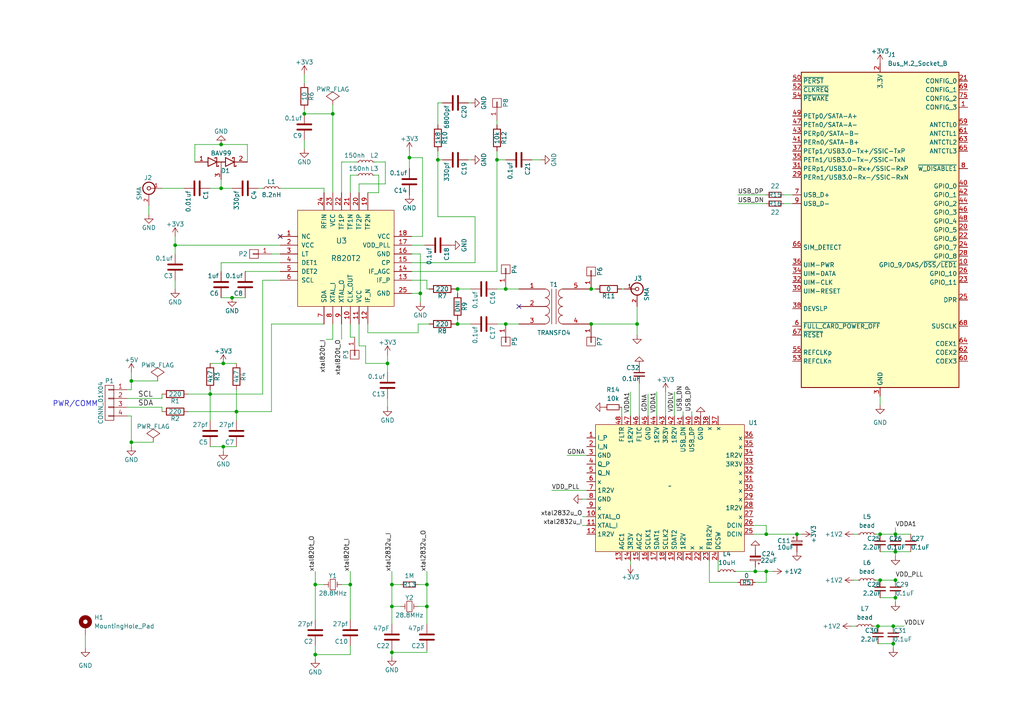
<source format=kicad_sch>
(kicad_sch (version 20230121) (generator eeschema)
  (paper "A4")
  (junction (at 132.715 83.82))
  (junction (at 146.685 83.82))
  (junction (at 171.45 93.98))
  (junction (at 144.145 46.355))
  (junction (at 255.27 168.275))
  (junction (at 118.745 45.72))
  (junction (at 96.52 33.02))
  (junction (at 123.825 169.545))
  (junction (at 91.44 169.545))
  (junction (at 127 46.355))
  (junction (at 123.825 175.895))
  (junction (at 121.92 85.09))
  (junction (at 64.135 41.91))
  (junction (at 112.395 105.41))
  (junction (at 113.665 169.545))
  (junction (at 67.31 86.36))
  (junction (at 259.715 154.94))
  (junction (at 91.44 189.865))
  (junction (at 38.1 110.49))
  (junction (at 259.715 173.355))
  (junction (at 254.635 181.61))
  (junction (at 259.08 186.69))
  (junction (at 259.715 168.275))
  (junction (at 219.075 165.735))
  (junction (at 259.715 160.02))
  (junction (at 222.25 154.94))
  (junction (at 68.58 119.38))
  (junction (at 113.665 175.895))
  (junction (at 146.685 93.98))
  (junction (at 60.96 114.3))
  (junction (at 50.8 71.12))
  (junction (at 64.77 105.41))
  (junction (at 184.785 93.98))
  (junction (at 132.715 93.98))
  (junction (at 64.135 54.61))
  (junction (at 231.14 154.94))
  (junction (at 255.27 154.94))
  (junction (at 113.665 189.23))
  (junction (at 38.1 128.27))
  (junction (at 64.77 129.54))
  (junction (at 171.45 83.82))
  (junction (at 101.6 169.545))
  (junction (at 222.25 165.735))
  (junction (at 259.08 181.61))
  (junction (at 88.265 33.02))
  (no_connect (at 150.495 88.9))
  (no_connect (at 81.28 68.58))
  (wire (pts (xy 123.825 81.28) (xy 119.38 81.28)))
  (wire (pts (xy 200.66 119.38) (xy 200.66 120.65)))
  (wire (pts (xy 64.77 129.54) (xy 68.58 129.54)))
  (wire (pts (xy 171.45 83.82) (xy 172.72 83.82)))
  (wire (pts (xy 78.74 93.98) (xy 93.98 93.98)))
  (wire (pts (xy 93.98 54.61) (xy 93.98 55.88)))
  (wire (pts (xy 248.92 168.275) (xy 247.65 168.275)))
  (wire (pts (xy 111.76 53.34) (xy 111.76 46.99)))
  (wire (pts (xy 137.795 76.2) (xy 137.795 62.865)))
  (wire (pts (xy 222.25 168.91) (xy 222.25 165.735)))
  (wire (pts (xy 132.715 85.09) (xy 132.715 83.82)))
  (wire (pts (xy 99.06 46.99) (xy 103.505 46.99)))
  (wire (pts (xy 54.61 119.38) (xy 68.58 119.38)))
  (wire (pts (xy 76.2 81.28) (xy 81.28 81.28)))
  (wire (pts (xy 123.825 83.82) (xy 124.46 83.82)))
  (wire (pts (xy 46.99 54.61) (xy 53.34 54.61)))
  (wire (pts (xy 132.715 92.71) (xy 132.715 93.98)))
  (wire (pts (xy 187.96 114.3) (xy 187.96 120.65)))
  (wire (pts (xy 113.665 189.23) (xy 113.665 190.5)))
  (wire (pts (xy 43.18 62.23) (xy 43.18 59.69)))
  (wire (pts (xy 119.38 71.12) (xy 123.19 71.12)))
  (wire (pts (xy 104.14 93.98) (xy 104.14 100.33)))
  (wire (pts (xy 227.33 56.515) (xy 229.87 56.515)))
  (wire (pts (xy 38.1 107.95) (xy 38.1 110.49)))
  (wire (pts (xy 91.44 169.545) (xy 91.44 179.705)))
  (wire (pts (xy 88.265 31.75) (xy 88.265 33.02)))
  (wire (pts (xy 259.715 160.02) (xy 259.715 161.29)))
  (wire (pts (xy 190.5 113.665) (xy 190.5 120.65)))
  (wire (pts (xy 91.44 165.735) (xy 91.44 169.545)))
  (wire (pts (xy 121.285 169.545) (xy 123.825 169.545)))
  (wire (pts (xy 54.61 114.3) (xy 60.96 114.3)))
  (wire (pts (xy 146.685 46.355) (xy 144.145 46.355)))
  (wire (pts (xy 127 46.355) (xy 127 43.815)))
  (wire (pts (xy 118.745 45.72) (xy 118.745 48.895)))
  (wire (pts (xy 146.685 83.82) (xy 150.495 83.82)))
  (wire (pts (xy 182.88 113.665) (xy 182.88 120.65)))
  (wire (pts (xy 170.815 83.82) (xy 171.45 83.82)))
  (wire (pts (xy 136.525 46.355) (xy 135.89 46.355)))
  (wire (pts (xy 132.715 93.98) (xy 136.525 93.98)))
  (wire (pts (xy 208.28 165.735) (xy 208.28 162.56)))
  (wire (pts (xy 104.14 100.33) (xy 106.045 100.33)))
  (wire (pts (xy 96.52 98.425) (xy 96.52 93.98)))
  (wire (pts (xy 259.08 186.69) (xy 259.08 187.96)))
  (wire (pts (xy 254 168.275) (xy 255.27 168.275)))
  (wire (pts (xy 101.6 165.735) (xy 101.6 169.545)))
  (wire (pts (xy 254.635 186.69) (xy 259.08 186.69)))
  (wire (pts (xy 101.6 93.98) (xy 101.6 97.79)))
  (wire (pts (xy 222.25 154.94) (xy 231.14 154.94)))
  (wire (pts (xy 182.88 162.56) (xy 182.88 163.83)))
  (wire (pts (xy 146.685 93.98) (xy 150.495 93.98)))
  (wire (pts (xy 185.42 111.125) (xy 185.42 120.65)))
  (wire (pts (xy 104.14 53.34) (xy 111.76 53.34)))
  (wire (pts (xy 255.27 114.935) (xy 255.27 117.475)))
  (wire (pts (xy 180.34 118.11) (xy 180.34 120.65)))
  (wire (pts (xy 104.14 55.88) (xy 104.14 53.34)))
  (wire (pts (xy 254.635 181.61) (xy 259.08 181.61)))
  (wire (pts (xy 113.665 165.735) (xy 113.665 169.545)))
  (wire (pts (xy 123.825 165.735) (xy 123.825 169.545)))
  (wire (pts (xy 168.91 144.78) (xy 170.18 144.78)))
  (wire (pts (xy 127 46.355) (xy 128.27 46.355)))
  (wire (pts (xy 64.135 52.07) (xy 64.135 54.61)))
  (wire (pts (xy 219.075 165.735) (xy 222.25 165.735)))
  (wire (pts (xy 170.815 93.98) (xy 171.45 93.98)))
  (wire (pts (xy 113.665 188.595) (xy 113.665 189.23)))
  (wire (pts (xy 106.68 93.98) (xy 106.68 96.52)))
  (wire (pts (xy 168.91 149.86) (xy 170.18 149.86)))
  (wire (pts (xy 71.12 86.36) (xy 67.31 86.36)))
  (wire (pts (xy 112.395 102.87) (xy 112.395 105.41)))
  (wire (pts (xy 64.135 86.36) (xy 67.31 86.36)))
  (wire (pts (xy 96.52 33.02) (xy 96.52 55.88)))
  (wire (pts (xy 64.77 129.54) (xy 60.96 129.54)))
  (wire (pts (xy 218.44 154.94) (xy 222.25 154.94)))
  (wire (pts (xy 36.83 115.57) (xy 46.99 115.57)))
  (wire (pts (xy 146.685 83.185) (xy 146.685 83.82)))
  (wire (pts (xy 136.525 29.845) (xy 135.89 29.845)))
  (wire (pts (xy 205.74 162.56) (xy 205.74 168.91)))
  (wire (pts (xy 144.145 46.355) (xy 144.145 43.815)))
  (wire (pts (xy 64.77 129.54) (xy 64.77 130.81)))
  (wire (pts (xy 227.33 59.055) (xy 229.87 59.055)))
  (wire (pts (xy 109.855 50.8) (xy 108.585 50.8)))
  (wire (pts (xy 255.27 154.94) (xy 259.715 154.94)))
  (wire (pts (xy 101.6 97.79) (xy 102.87 97.79)))
  (wire (pts (xy 248.285 181.61) (xy 247.015 181.61)))
  (wire (pts (xy 91.44 169.545) (xy 93.98 169.545)))
  (wire (pts (xy 254 154.94) (xy 255.27 154.94)))
  (wire (pts (xy 38.1 110.49) (xy 38.1 113.03)))
  (wire (pts (xy 64.135 41.91) (xy 71.755 41.91)))
  (wire (pts (xy 137.795 62.865) (xy 127 62.865)))
  (wire (pts (xy 213.995 56.515) (xy 222.25 56.515)))
  (wire (pts (xy 171.45 93.98) (xy 184.785 93.98)))
  (wire (pts (xy 205.74 168.91) (xy 213.995 168.91)))
  (wire (pts (xy 180.975 83.82) (xy 180.34 83.82)))
  (wire (pts (xy 119.38 78.74) (xy 144.145 78.74)))
  (wire (pts (xy 123.825 169.545) (xy 123.825 175.895)))
  (wire (pts (xy 76.2 114.3) (xy 76.2 81.28)))
  (wire (pts (xy 195.58 113.665) (xy 195.58 120.65)))
  (wire (pts (xy 46.99 118.11) (xy 46.99 119.38)))
  (wire (pts (xy 74.93 54.61) (xy 76.2 54.61)))
  (wire (pts (xy 198.12 119.38) (xy 198.12 120.65)))
  (wire (pts (xy 132.715 83.82) (xy 136.525 83.82)))
  (wire (pts (xy 96.52 33.02) (xy 88.265 33.02)))
  (wire (pts (xy 99.06 55.88) (xy 99.06 46.99)))
  (wire (pts (xy 81.28 78.74) (xy 71.12 78.74)))
  (wire (pts (xy 24.765 184.15) (xy 24.765 187.96)))
  (wire (pts (xy 119.38 68.58) (xy 122.555 68.58)))
  (wire (pts (xy 222.25 165.735) (xy 224.155 165.735)))
  (wire (pts (xy 111.76 46.99) (xy 108.585 46.99)))
  (wire (pts (xy 36.83 120.65) (xy 38.1 120.65)))
  (wire (pts (xy 144.145 83.82) (xy 146.685 83.82)))
  (wire (pts (xy 259.715 154.94) (xy 264.16 154.94)))
  (wire (pts (xy 119.38 76.2) (xy 137.795 76.2)))
  (wire (pts (xy 127 46.355) (xy 127 62.865)))
  (wire (pts (xy 68.58 119.38) (xy 68.58 121.92)))
  (wire (pts (xy 91.44 187.325) (xy 91.44 189.865)))
  (wire (pts (xy 64.135 76.2) (xy 64.135 78.74)))
  (wire (pts (xy 118.745 45.72) (xy 122.555 45.72)))
  (wire (pts (xy 71.755 41.91) (xy 71.755 46.99)))
  (wire (pts (xy 219.075 165.735) (xy 219.075 164.465)))
  (wire (pts (xy 96.52 30.48) (xy 96.52 33.02)))
  (wire (pts (xy 106.68 96.52) (xy 121.285 96.52)))
  (wire (pts (xy 68.58 119.38) (xy 78.74 119.38)))
  (wire (pts (xy 144.145 93.98) (xy 146.685 93.98)))
  (wire (pts (xy 56.515 41.91) (xy 64.135 41.91)))
  (wire (pts (xy 219.075 168.91) (xy 222.25 168.91)))
  (wire (pts (xy 64.135 54.61) (xy 67.31 54.61)))
  (wire (pts (xy 132.08 83.82) (xy 132.715 83.82)))
  (wire (pts (xy 156.845 46.355) (xy 154.305 46.355)))
  (wire (pts (xy 36.83 118.11) (xy 46.99 118.11)))
  (wire (pts (xy 109.855 50.8) (xy 109.855 55.88)))
  (wire (pts (xy 38.1 128.27) (xy 38.1 129.54)))
  (wire (pts (xy 160.02 142.24) (xy 170.18 142.24)))
  (wire (pts (xy 144.145 78.74) (xy 144.145 46.355)))
  (wire (pts (xy 231.14 154.94) (xy 232.41 154.94)))
  (wire (pts (xy 113.665 175.895) (xy 116.205 175.895)))
  (wire (pts (xy 164.465 132.08) (xy 170.18 132.08)))
  (wire (pts (xy 259.715 153.035) (xy 259.715 154.94)))
  (wire (pts (xy 184.785 93.98) (xy 184.785 97.155)))
  (wire (pts (xy 255.27 173.355) (xy 259.715 173.355)))
  (wire (pts (xy 81.28 73.66) (xy 78.74 73.66)))
  (wire (pts (xy 113.665 169.545) (xy 113.665 175.895)))
  (wire (pts (xy 218.44 152.4) (xy 222.25 152.4)))
  (wire (pts (xy 121.92 73.66) (xy 121.92 85.09)))
  (wire (pts (xy 121.285 93.98) (xy 121.285 96.52)))
  (wire (pts (xy 123.825 189.23) (xy 113.665 189.23)))
  (wire (pts (xy 122.555 68.58) (xy 122.555 45.72)))
  (wire (pts (xy 50.8 68.58) (xy 50.8 71.12)))
  (wire (pts (xy 50.8 83.82) (xy 50.8 81.28)))
  (wire (pts (xy 38.1 113.03) (xy 36.83 113.03)))
  (wire (pts (xy 119.38 73.66) (xy 121.92 73.66)))
  (wire (pts (xy 124.46 93.98) (xy 121.285 93.98)))
  (wire (pts (xy 38.1 120.65) (xy 38.1 128.27)))
  (wire (pts (xy 60.96 114.3) (xy 60.96 121.92)))
  (wire (pts (xy 121.285 175.895) (xy 123.825 175.895)))
  (wire (pts (xy 81.28 54.61) (xy 93.98 54.61)))
  (wire (pts (xy 127 29.845) (xy 128.27 29.845)))
  (wire (pts (xy 213.36 165.735) (xy 219.075 165.735)))
  (wire (pts (xy 253.365 181.61) (xy 254.635 181.61)))
  (wire (pts (xy 106.045 105.41) (xy 112.395 105.41)))
  (wire (pts (xy 101.6 50.8) (xy 103.505 50.8)))
  (wire (pts (xy 94.615 98.425) (xy 96.52 98.425)))
  (wire (pts (xy 262.255 181.61) (xy 259.08 181.61)))
  (wire (pts (xy 121.92 85.09) (xy 121.92 87.63)))
  (wire (pts (xy 123.825 81.28) (xy 123.825 83.82)))
  (wire (pts (xy 123.825 175.895) (xy 123.825 180.975)))
  (wire (pts (xy 113.665 175.895) (xy 113.665 180.975)))
  (wire (pts (xy 259.715 173.355) (xy 259.715 174.625)))
  (wire (pts (xy 38.1 110.49) (xy 45.72 110.49)))
  (wire (pts (xy 60.96 54.61) (xy 64.135 54.61)))
  (wire (pts (xy 259.715 167.64) (xy 259.715 168.275)))
  (wire (pts (xy 132.08 93.98) (xy 132.715 93.98)))
  (wire (pts (xy 56.515 46.99) (xy 56.515 41.91)))
  (wire (pts (xy 60.96 113.03) (xy 60.96 114.3)))
  (wire (pts (xy 101.6 189.865) (xy 91.44 189.865)))
  (wire (pts (xy 64.77 105.41) (xy 68.58 105.41)))
  (wire (pts (xy 101.6 55.88) (xy 101.6 50.8)))
  (wire (pts (xy 193.04 113.665) (xy 193.04 120.65)))
  (wire (pts (xy 68.58 113.03) (xy 68.58 119.38)))
  (wire (pts (xy 259.715 160.02) (xy 264.16 160.02)))
  (wire (pts (xy 91.44 189.865) (xy 91.44 191.135)))
  (wire (pts (xy 50.8 71.12) (xy 50.8 73.66)))
  (wire (pts (xy 127 36.195) (xy 127 29.845)))
  (wire (pts (xy 99.06 169.545) (xy 101.6 169.545)))
  (wire (pts (xy 112.395 118.11) (xy 112.395 115.57)))
  (wire (pts (xy 213.995 59.055) (xy 222.25 59.055)))
  (wire (pts (xy 106.045 100.33) (xy 106.045 105.41)))
  (wire (pts (xy 60.96 114.3) (xy 76.2 114.3)))
  (wire (pts (xy 255.27 160.02) (xy 259.715 160.02)))
  (wire (pts (xy 119.38 85.09) (xy 121.92 85.09)))
  (wire (pts (xy 112.395 105.41) (xy 112.395 107.95)))
  (wire (pts (xy 113.665 169.545) (xy 116.205 169.545)))
  (wire (pts (xy 168.91 152.4) (xy 170.18 152.4)))
  (wire (pts (xy 81.28 76.2) (xy 64.135 76.2)))
  (wire (pts (xy 46.99 115.57) (xy 46.99 114.3)))
  (wire (pts (xy 38.1 128.27) (xy 44.45 128.27)))
  (wire (pts (xy 101.6 169.545) (xy 101.6 179.705)))
  (wire (pts (xy 99.06 93.98) (xy 99.06 98.425)))
  (wire (pts (xy 60.96 105.41) (xy 64.77 105.41)))
  (wire (pts (xy 144.145 36.195) (xy 144.145 34.925)))
  (wire (pts (xy 118.745 43.815) (xy 118.745 45.72)))
  (wire (pts (xy 88.265 24.13) (xy 88.265 21.59)))
  (wire (pts (xy 106.68 55.88) (xy 109.855 55.88)))
  (wire (pts (xy 123.825 188.595) (xy 123.825 189.23)))
  (wire (pts (xy 78.74 119.38) (xy 78.74 93.98)))
  (wire (pts (xy 184.785 88.9) (xy 184.785 93.98)))
  (wire (pts (xy 255.27 168.275) (xy 259.715 168.275)))
  (wire (pts (xy 81.28 71.12) (xy 50.8 71.12)))
  (wire (pts (xy 248.92 154.94) (xy 247.65 154.94)))
  (wire (pts (xy 222.25 152.4) (xy 222.25 154.94)))
  (wire (pts (xy 88.265 43.18) (xy 88.265 40.64)))
  (wire (pts (xy 101.6 187.325) (xy 101.6 189.865)))
  (text "PWR/COMM" (at 15.24 118.11 0) (effects (font (size 1.524 1.524)) (justify left bottom)))
  (label "GDNA" (at 164.465 132.08 0))
  (label "VDDA1" (at 190.5 113.665 270))
  (label "USB_DP" (at 200.66 119.38 90))
  (label "SDA" (at 40.005 118.11 0) (effects (font (size 1.524 1.524))))
  (label "GDNA" (at 187.96 114.3 270))
  (label "VDD_PLL" (at 259.715 167.64 0))
  (label "USB_DN" (at 213.995 59.055 0))
  (label "SCL" (at 40.005 115.57 0) (effects (font (size 1.524 1.524))))
  (label "VDDLV" (at 195.58 113.665 270))
  (label "VDDA1" (at 259.715 153.035 0))
  (label "USB_DN" (at 198.12 119.38 90))
  (label "VDD_PLL" (at 160.02 142.24 0))
  (label "xtal820t_O" (at 91.44 165.735 90))
  (label "VDDLV" (at 262.255 181.61 0))
  (label "USB_DP" (at 213.995 56.515 0))
  (label "xtal820t_O" (at 99.06 98.425 270))
  (label "xtal2832u_I" (at 168.91 152.4 180))
  (label "xtal2832u_I" (at 113.665 165.735 90))
  (label "xtal820t_I" (at 101.6 165.735 90))
  (label "xtal2832u_O" (at 123.825 165.735 90))
  (label "xtal2832u_O" (at 168.91 149.86 180))
  (label "VDDA1" (at 182.88 113.665 270))
  (label "xtal820t_I" (at 94.615 98.425 270))
  (symbol (lib_id "r820t2_breakout-rescue:CONN_01X01") (at 144.145 29.845 270) (mirror x) (unit 1)
    (property "Reference" "P8" (at 146.685 29.845 0))
    (property "Value" "CONN_01X01" (effects hide))
    (property "Footprint" "Connector_PinHeader_2.00mm:PinHeader_1x01_P2.00mm_Vertical" (effects hide))
  )
  (symbol (lib_id "power:GND") (at 219.075 159.385 180) (unit 1)
    (property "Reference" "#PWR034" (effects hide))
    (property "Value" "GND" (effects hide))
  )
  (symbol (lib_id "r820t2_breakout-rescue:TRANSFO4") (at 160.655 88.9 0) (unit 1)
    (property "Reference" "T1" (at 160.655 82.55 0))
    (property "Value" "TRANSFO4" (at 160.655 96.52 0))
    (property "Footprint" "footprints:Pulse_SMD_Balun" (effects hide))
  )
  (symbol (lib_id "Device:C_Small") (at 259.08 184.15 0) (unit 1)
    (property "Reference" "C31" (at 259.08 182.88 0) (effects (justify left)))
    (property "Value" "0.1uF" (at 259.08 185.42 0) (effects (justify left)))
  )
  (symbol (lib_id "r820t2_breakout-rescue:GND") (at 136.525 29.845 90) (unit 1)
    (property "Reference" "#PWR029" (effects hide))
    (property "Value" "GND" (at 140.335 29.845 0))
  )
  (symbol (lib_id "r820t2_breakout-rescue:CONN_01X01") (at 73.66 73.66 0) (mirror y) (unit 1)
    (property "Reference" "P2" (at 70.485 73.66 0))
    (property "Value" "CONN_01X01" (effects hide))
    (property "Footprint" "Connector_PinHeader_2.00mm:PinHeader_1x01_P2.00mm_Vertical" (effects hide))
  )
  (symbol (lib_id "r820t2_breakout-rescue:R") (at 88.265 27.94 0) (unit 1)
    (property "Reference" "R6" (at 90.297 27.94 90))
    (property "Value" "10" (at 88.265 27.94 90))
    (property "Footprint" "Resistor_SMD:R_0603_1608Metric" (effects hide))
  )
  (symbol (lib_id "r820t2_breakout-rescue:+3.3V") (at 118.745 43.815 0) (unit 1)
    (property "Reference" "#PWR023" (effects hide))
    (property "Value" "+3.3V" (at 118.745 40.259 0))
  )
  (symbol (lib_id "r820t2_breakout-rescue:+3.3V") (at 255.27 18.415 0) (unit 1)
    (property "Reference" "#PWR032" (effects hide))
    (property "Value" "+3.3V" (at 255.27 14.859 0))
  )
  (symbol (lib_id "r820t2_breakout-rescue:GND") (at 121.92 87.63 0) (unit 1)
    (property "Reference" "#PWR021" (effects hide))
    (property "Value" "GND" (at 121.92 91.44 0))
  )
  (symbol (lib_id "r820t2_breakout-rescue:+5V") (at 38.1 107.95 0) (unit 1)
    (property "Reference" "#PWR04" (effects hide))
    (property "Value" "+5V" (at 38.1 104.394 0))
  )
  (symbol (lib_id "r820t2_breakout-rescue:C") (at 101.6 183.515 180) (unit 1)
    (property "Reference" "C10" (at 100.965 186.055 0) (effects (justify left)))
    (property "Value" "27pf" (at 100.965 180.975 0) (effects (justify left)))
    (property "Footprint" "Capacitor_SMD:C_0603_1608Metric" (effects hide))
  )
  (symbol (lib_id "Device:C_Small") (at 255.27 157.48 0) (unit 1)
    (property "Reference" "C25" (at 251.46 156.21 0) (effects (justify left)))
    (property "Value" "2.2uF" (at 250.19 158.75 0) (effects (justify left)))
  )
  (symbol (lib_id "power:GND") (at 168.91 144.78 270) (unit 1)
    (property "Reference" "#PWR036" (effects hide))
    (property "Value" "GND" (effects hide))
  )
  (symbol (lib_id "power:GND") (at 255.27 117.475 0) (unit 1)
    (property "Reference" "#PWR01" (effects hide))
    (property "Value" "GND" (at 255.27 122.555 0))
  )
  (symbol (lib_id "Device:C_Small") (at 264.16 157.48 0) (unit 1)
    (property "Reference" "C27" (at 264.16 156.21 0) (effects (justify left)))
    (property "Value" "0.1uF" (at 264.16 158.75 0) (effects (justify left)))
  )
  (symbol (lib_id "r820t2_breakout-rescue:C") (at 64.135 82.55 180) (unit 1)
    (property "Reference" "C6" (at 63.5 85.09 0) (effects (justify left)))
    (property "Value" "1uf" (at 63.5 80.01 0) (effects (justify left)))
    (property "Footprint" "Capacitor_SMD:C_0603_1608Metric" (effects hide))
  )
  (symbol (lib_id "r820t2_breakout-rescue:C") (at 127 71.12 270) (unit 1)
    (property "Reference" "C18" (at 129.54 71.755 0) (effects (justify left)))
    (property "Value" "0.1uf" (at 124.46 71.755 0) (effects (justify left)))
    (property "Footprint" "Capacitor_SMD:C_0603_1608Metric" (effects hide))
  )
  (symbol (lib_id "Connector:Bus_M.2_Socket_B") (at 255.27 66.675 0) (unit 1)
    (property "Reference" "J1" (at 257.4641 15.875 0) (effects (justify left)))
    (property "Value" "Bus_M.2_Socket_B" (at 257.4641 18.415 0) (effects (justify left)))
    (property "Footprint" "A_my_stuff:NGFF_B" (effects hide))
    (property "Datasheet" "http://read.pudn.com/downloads794/doc/project/3133918/PCIe_M.2_Electromechanical_Spec_Rev1.0_Final_11012013_RS_Clean.pdf#page=154" (effects hide))
  )
  (symbol (lib_id "r820t2_breakout-rescue:GND") (at 112.395 118.11 0) (unit 1)
    (property "Reference" "#PWR020" (effects hide))
    (property "Value" "GND" (at 112.395 121.92 0))
  )
  (symbol (lib_id "Device:R_Small") (at 177.8 118.11 90) (unit 1)
    (property "Reference" "R14" (at 177.8 113.03 90))
    (property "Value" "10k" (at 177.8 115.57 90))
  )
  (symbol (lib_id "Device:C_Small") (at 259.715 170.815 0) (unit 1)
    (property "Reference" "C29" (at 259.715 169.545 0) (effects (justify left)))
    (property "Value" "0.1uF" (at 259.715 172.085 0) (effects (justify left)))
  )
  (symbol (lib_id "r820t2_breakout-rescue:R") (at 128.27 83.82 270) (unit 1)
    (property "Reference" "R7" (at 128.27 85.852 90))
    (property "Value" "220" (at 128.27 83.82 90))
    (property "Footprint" "Resistor_SMD:R_0603_1608Metric" (effects hide))
  )
  (symbol (lib_id "r820t2_breakout-rescue:GND") (at 64.77 130.81 0) (unit 1)
    (property "Reference" "#PWR011" (effects hide))
    (property "Value" "GND" (at 64.77 134.62 0))
  )
  (symbol (lib_id "r820t2_breakout-rescue:GND") (at 136.525 46.355 90) (unit 1)
    (property "Reference" "#PWR028" (effects hide))
    (property "Value" "GND" (at 140.335 46.355 0))
  )
  (symbol (lib_id "r820t2_breakout-rescue:C") (at 150.495 46.355 270) (unit 1)
    (property "Reference" "C21" (at 153.035 46.99 0) (effects (justify left)))
    (property "Value" "0.1uf" (at 147.955 46.99 0) (effects (justify left)))
    (property "Footprint" "Capacitor_SMD:C_0603_1608Metric" (effects hide))
  )
  (symbol (lib_id "r820t2_breakout-rescue:C") (at 123.825 184.785 180) (unit 1)
    (property "Reference" "C23" (at 123.19 187.325 0) (effects (justify left)))
    (property "Value" "47pF" (at 123.19 182.245 0) (effects (justify left)))
    (property "Footprint" "Capacitor_SMD:C_0603_1608Metric" (effects hide))
  )
  (symbol (lib_id "r820t2_breakout-rescue:R") (at 128.27 93.98 270) (unit 1)
    (property "Reference" "R8" (at 128.27 96.012 90))
    (property "Value" "220" (at 128.27 93.98 90))
    (property "Footprint" "Resistor_SMD:R_0603_1608Metric" (effects hide))
  )
  (symbol (lib_id "r820t2_breakout-rescue:R820T2") (at 100.33 74.93 0) (unit 1)
    (property "Reference" "U3" (at 99.06 69.85 0) (effects (font (size 1.524 1.524))))
    (property "Value" "R820T2" (at 100.33 74.93 0) (effects (font (size 1.524 1.524))))
    (property "Footprint" "Package_DFN_QFN:QFN-24-1EP_4x4mm_P0.5mm_EP2.6x2.6mm" (effects hide))
  )
  (symbol (lib_id "r820t2_breakout-rescue:R") (at 176.53 83.82 270) (unit 1)
    (property "Reference" "R11" (at 176.53 85.852 90))
    (property "Value" "0" (at 176.53 83.82 90))
    (property "Footprint" "Resistor_SMD:R_0603_1608Metric" (effects hide))
  )
  (symbol (lib_id "r820t2_breakout-rescue:GND") (at 50.8 83.82 0) (unit 1)
    (property "Reference" "#PWR010" (effects hide))
    (property "Value" "GND" (at 50.8 87.63 0))
  )
  (symbol (lib_id "r820t2_breakout-rescue:C") (at 88.265 36.83 180) (unit 1)
    (property "Reference" "C9" (at 87.63 39.37 0) (effects (justify left)))
    (property "Value" "0.1uf" (at 87.63 34.29 0) (effects (justify left)))
    (property "Footprint" "Capacitor_SMD:C_0603_1608Metric" (effects hide))
  )
  (symbol (lib_id "r820t2_breakout-rescue:PWR_FLAG") (at 44.45 128.27 0) (unit 1)
    (property "Reference" "#FLG01" (effects hide))
    (property "Value" "PWR_FLAG" (at 44.45 123.698 0))
  )
  (symbol (lib_id "power:GND") (at 259.08 187.96 0) (unit 1)
    (property "Reference" "#PWR042" (effects hide))
    (property "Value" "GND" (effects hide))
  )
  (symbol (lib_id "r820t2_breakout-rescue:R") (at 144.145 40.005 0) (unit 1)
    (property "Reference" "R12" (at 146.177 40.005 90))
    (property "Value" "10k" (at 144.145 40.005 90))
    (property "Footprint" "Resistor_SMD:R_0603_1608Metric" (effects hide))
  )
  (symbol (lib_id "Device:C_Small") (at 255.27 170.815 0) (unit 1)
    (property "Reference" "C28" (at 251.46 169.545 0) (effects (justify left)))
    (property "Value" "2.2uF" (at 250.19 172.085 0) (effects (justify left)))
  )
  (symbol (lib_id "power:+1V2") (at 247.015 181.61 90) (unit 1)
    (property "Reference" "#PWR041" (effects hide))
    (property "Value" "+1V2" (at 243.84 181.61 90) (effects (justify left)))
  )
  (symbol (lib_id "r820t2_breakout-rescue:BNC") (at 184.785 83.82 0) (unit 1)
    (property "Reference" "J3" (at 185.039 80.772 0))
    (property "Value" "SMA" (at 187.579 85.344 90))
    (property "Footprint" "Connector_Coaxial:U.FL_Hirose_U.FL-R-SMT-1_Vertical" (effects hide))
  )
  (symbol (lib_id "power:+1V2") (at 247.65 168.275 90) (unit 1)
    (property "Reference" "#PWR039" (effects hide))
    (property "Value" "+1V2" (at 244.475 168.275 90) (effects (justify left)))
  )
  (symbol (lib_id "r820t2_breakout-rescue:D_Schottky_x2_Serial_AKC") (at 64.135 46.99 0) (unit 1)
    (property "Reference" "D1" (at 65.405 49.53 0))
    (property "Value" "BAV99" (at 64.135 44.45 0))
    (property "Footprint" "Package_TO_SOT_SMD:SOT-23" (effects hide))
  )
  (symbol (lib_id "r820t2_breakout-rescue:PWR_FLAG") (at 96.52 30.48 0) (unit 1)
    (property "Reference" "#FLG03" (effects hide))
    (property "Value" "PWR_FLAG" (at 96.52 25.908 0))
  )
  (symbol (lib_id "r820t2_breakout-rescue:C") (at 140.335 83.82 270) (unit 1)
    (property "Reference" "C16" (at 142.875 84.455 0) (effects (justify left)))
    (property "Value" "0.1uf" (at 137.795 84.455 0) (effects (justify left)))
    (property "Footprint" "Capacitor_SMD:C_0603_1608Metric" (effects hide))
  )
  (symbol (lib_id "power:+1V2") (at 224.155 165.735 270) (unit 1)
    (property "Reference" "#PWR035" (effects hide))
    (property "Value" "+1V2" (at 227.33 165.735 90) (effects (justify left)))
  )
  (symbol (lib_id "r820t2_breakout-rescue:R") (at 68.58 109.22 0) (unit 1)
    (property "Reference" "R4" (at 70.612 109.22 90))
    (property "Value" "4k7" (at 68.58 109.22 90))
    (property "Footprint" "Resistor_SMD:R_0603_1608Metric" (effects hide))
  )
  (symbol (lib_id "Device:R_Small") (at 224.79 59.055 270) (unit 1)
    (property "Reference" "R16" (at 224.79 59.055 90))
    (property "Value" "22" (at 224.79 61.595 90))
  )
  (symbol (lib_id "Device:R_Small") (at 118.745 169.545 90) (unit 1)
    (property "Reference" "R13" (at 118.745 169.545 90))
    (property "Value" "1M" (at 118.745 167.005 90))
  )
  (symbol (lib_id "r820t2_breakout-rescue:CONN_01X01") (at 146.685 99.06 270) (unit 1)
    (property "Reference" "P5" (at 149.225 99.06 0))
    (property "Value" "CONN_01X01" (effects hide))
    (property "Footprint" "Connector_PinHeader_2.00mm:PinHeader_1x01_P2.00mm_Vertical" (effects hide))
  )
  (symbol (lib_id "r820t2_breakout-rescue:CONN_01X01") (at 146.685 78.105 270) (mirror x) (unit 1)
    (property "Reference" "P4" (at 149.225 78.105 0))
    (property "Value" "CONN_01X01" (effects hide))
    (property "Footprint" "Connector_PinHeader_2.00mm:PinHeader_1x01_P2.00mm_Vertical" (effects hide))
  )
  (symbol (lib_id "r820t2_breakout-rescue:+3.3V") (at 232.41 154.94 270) (unit 1)
    (property "Reference" "#PWR08" (effects hide))
    (property "Value" "+3.3V" (at 235.966 154.94 0))
  )
  (symbol (lib_id "r820t2_breakout-rescue:R") (at 50.8 114.3 270) (unit 1)
    (property "Reference" "R1" (at 50.8 116.332 90))
    (property "Value" "220" (at 50.8 114.3 90))
    (property "Footprint" "Resistor_SMD:R_0603_1608Metric" (effects hide))
  )
  (symbol (lib_id "Device:L_Small") (at 251.46 154.94 90) (unit 1)
    (property "Reference" "L5" (at 251.46 149.86 90))
    (property "Value" "bead" (at 251.46 152.4 90))
  )
  (symbol (lib_id "r820t2_breakout-rescue:+3.3V") (at 193.04 113.665 0) (unit 1)
    (property "Reference" "#PWR044" (effects hide))
    (property "Value" "+3.3V" (at 193.04 110.109 0))
  )
  (symbol (lib_id "power:GND") (at 259.715 174.625 0) (unit 1)
    (property "Reference" "#PWR040" (effects hide))
    (property "Value" "GND" (effects hide))
  )
  (symbol (lib_id "r820t2_breakout-rescue:BNC") (at 43.18 54.61 0) (mirror y) (unit 1)
    (property "Reference" "J2" (at 42.926 51.562 0))
    (property "Value" "SMA" (at 40.386 56.134 90))
    (property "Footprint" "Connector_Coaxial:U.FL_Hirose_U.FL-R-SMT-1_Vertical" (effects hide))
  )
  (symbol (lib_id "power:GND") (at 231.14 160.02 0) (unit 1)
    (property "Reference" "#PWR016" (effects hide))
    (property "Value" "GND" (effects hide))
  )
  (symbol (lib_id "Device:C_Small") (at 254.635 184.15 0) (unit 1)
    (property "Reference" "C30" (at 250.825 182.88 0) (effects (justify left)))
    (property "Value" "2.2uF" (at 249.555 185.42 0) (effects (justify left)))
  )
  (symbol (lib_id "r820t2_breakout-rescue:GND") (at 64.135 41.91 180) (unit 1)
    (property "Reference" "#PWR06" (effects hide))
    (property "Value" "GND" (at 64.135 38.1 0))
  )
  (symbol (lib_id "r820t2_breakout-rescue:GND") (at 184.785 97.155 0) (unit 1)
    (property "Reference" "#PWR031" (effects hide))
    (property "Value" "GND" (effects hide))
  )
  (symbol (lib_id "Device:C_Polarized_Small") (at 231.14 157.48 0) (unit 1)
    (property "Reference" "C11" (at 225.425 156.845 0) (effects (justify left)))
    (property "Value" "10uF" (at 225.425 158.75 0) (effects (justify left)))
  )
  (symbol (lib_id "r820t2_breakout-rescue:+3.3V") (at 112.395 102.87 0) (unit 1)
    (property "Reference" "#PWR019" (effects hide))
    (property "Value" "+3.3V" (at 112.395 99.314 0))
  )
  (symbol (lib_id "r820t2_breakout-rescue:PWR_FLAG") (at 45.72 110.49 0) (unit 1)
    (property "Reference" "#FLG02" (effects hide))
    (property "Value" "PWR_FLAG" (at 45.72 105.918 0))
  )
  (symbol (lib_id "power:GND") (at 259.715 161.29 0) (unit 1)
    (property "Reference" "#PWR038" (effects hide))
    (property "Value" "GND" (effects hide))
  )
  (symbol (lib_id "r820t2_breakout-rescue:C") (at 140.335 93.98 270) (unit 1)
    (property "Reference" "C17" (at 142.875 94.615 0) (effects (justify left)))
    (property "Value" "0.1uf" (at 137.795 94.615 0) (effects (justify left)))
    (property "Footprint" "Capacitor_SMD:C_0603_1608Metric" (effects hide))
  )
  (symbol (lib_id "Device:L_Small") (at 250.825 181.61 90) (unit 1)
    (property "Reference" "L7" (at 250.825 176.53 90))
    (property "Value" "bead" (at 250.825 179.07 90))
  )
  (symbol (lib_id "r820t2_breakout-rescue:R") (at 132.715 88.9 0) (unit 1)
    (property "Reference" "R9" (at 134.747 88.9 90))
    (property "Value" "DNI" (at 132.715 88.9 90))
    (property "Footprint" "Resistor_SMD:R_0603_1608Metric" (effects hide))
  )
  (symbol (lib_id "r820t2_breakout-rescue:CONN_01X01") (at 102.87 102.87 90) (mirror x) (unit 1)
    (property "Reference" "P3" (at 100.33 102.87 0))
    (property "Value" "CONN_01X01" (effects hide))
    (property "Footprint" "Connector_PinHeader_2.00mm:PinHeader_1x01_P2.00mm_Vertical" (effects hide))
  )
  (symbol (lib_id "rtl2832u:RTL2832U") (at 194.31 140.97 0) (unit 1)
    (property "Reference" "U1" (at 218.44 122.6119 0))
    (property "Value" "~" (at 194.31 140.97 0))
    (property "Footprint" "Connector_Coaxial:U.FL_Hirose_U.FL-R-SMT-1_Vertical" (effects hide))
  )
  (symbol (lib_id "r820t2_breakout-rescue:C") (at 118.745 52.705 180) (unit 1)
    (property "Reference" "C14" (at 118.11 55.245 0) (effects (justify left)))
    (property "Value" "0.1uf" (at 118.11 50.165 0) (effects (justify left)))
    (property "Footprint" "Capacitor_SMD:C_0603_1608Metric" (effects hide))
  )
  (symbol (lib_id "r820t2_breakout-rescue:R") (at 60.96 109.22 0) (unit 1)
    (property "Reference" "R3" (at 62.992 109.22 90))
    (property "Value" "4k7" (at 60.96 109.22 90))
    (property "Footprint" "Resistor_SMD:R_0603_1608Metric" (effects hide))
  )
  (symbol (lib_id "power:+1V2") (at 247.65 154.94 90) (unit 1)
    (property "Reference" "#PWR037" (effects hide))
    (property "Value" "+1V2" (at 244.475 154.94 90) (effects (justify left)))
  )
  (symbol (lib_id "r820t2_breakout-rescue:GND") (at 118.745 56.515 0) (unit 1)
    (property "Reference" "#PWR024" (effects hide))
    (property "Value" "GND" (at 118.745 60.325 0))
  )
  (symbol (lib_id "r820t2_breakout-rescue:C") (at 71.12 54.61 270) (unit 1)
    (property "Reference" "C4" (at 73.66 55.245 0) (effects (justify left)))
    (property "Value" "330pf" (at 68.58 55.245 0) (effects (justify left)))
    (property "Footprint" "Capacitor_SMD:C_0603_1608Metric" (effects hide))
  )
  (symbol (lib_id "r820t2_breakout-rescue:C") (at 71.12 82.55 180) (unit 1)
    (property "Reference" "C8" (at 70.485 85.09 0) (effects (justify left)))
    (property "Value" "0.1uf" (at 70.485 80.01 0) (effects (justify left)))
    (property "Footprint" "Capacitor_SMD:C_0603_1608Metric" (effects hide))
  )
  (symbol (lib_id "Device:L_Small") (at 106.045 50.8 270) (mirror x) (unit 1)
    (property "Reference" "L3" (at 108.585 48.895 90))
    (property "Value" "150nh" (at 104.14 48.895 90))
    (property "Footprint" "Resistor_SMD:R_0603_1608Metric" (effects hide))
  )
  (symbol (lib_id "r820t2_breakout-rescue:C") (at 132.08 46.355 270) (unit 1)
    (property "Reference" "C19" (at 134.62 46.99 0) (effects (justify left)))
    (property "Value" "330pf" (at 129.54 46.99 0) (effects (justify left)))
    (property "Footprint" "Capacitor_SMD:C_0603_1608Metric" (effects hide))
  )
  (symbol (lib_id "r820t2_breakout-rescue:C") (at 68.58 125.73 180) (unit 1)
    (property "Reference" "C7" (at 67.945 128.27 0) (effects (justify left)))
    (property "Value" "27pf" (at 67.945 123.19 0) (effects (justify left)))
    (property "Footprint" "Capacitor_SMD:C_0603_1608Metric" (effects hide))
  )
  (symbol (lib_id "r820t2_breakout-rescue:GND") (at 38.1 129.54 0) (unit 1)
    (property "Reference" "#PWR05" (effects hide))
    (property "Value" "GND" (at 38.1 133.35 0))
  )
  (symbol (lib_id "power:GND") (at 175.26 118.11 270) (unit 1)
    (property "Reference" "#PWR045" (effects hide))
    (property "Value" "GND" (effects hide))
  )
  (symbol (lib_id "r820t2_breakout-rescue:R") (at 50.8 119.38 270) (unit 1)
    (property "Reference" "R2" (at 50.8 121.412 90))
    (property "Value" "220" (at 50.8 119.38 90))
    (property "Footprint" "Resistor_SMD:R_0603_1608Metric" (effects hide))
  )
  (symbol (lib_id "r820t2_breakout-rescue:GND") (at 156.845 46.355 90) (unit 1)
    (property "Reference" "#PWR030" (effects hide))
    (property "Value" "GND" (at 160.655 46.355 0))
  )
  (symbol (lib_id "r820t2_breakout-rescue:+3.3V") (at 64.77 105.41 0) (unit 1)
    (property "Reference" "#PWR013" (effects hide))
    (property "Value" "+3.3V" (at 64.77 101.854 0))
  )
  (symbol (lib_id "r820t2_breakout-rescue:GND") (at 67.31 86.36 0) (unit 1)
    (property "Reference" "#PWR012" (effects hide))
    (property "Value" "GND" (at 67.31 90.17 0))
  )
  (symbol (lib_id "Device:L_Small") (at 251.46 168.275 90) (unit 1)
    (property "Reference" "L6" (at 251.46 163.195 90))
    (property "Value" "bead" (at 251.46 165.735 90))
  )
  (symbol (lib_id "r820t2_breakout-rescue:GND") (at 113.665 190.5 0) (unit 1)
    (property "Reference" "#PWR033" (effects hide))
    (property "Value" "GND" (at 113.665 194.31 0))
  )
  (symbol (lib_id "r820t2_breakout-rescue:GND") (at 43.18 62.23 0) (unit 1)
    (property "Reference" "#PWR03" (effects hide))
    (property "Value" "GND" (at 43.18 66.04 0))
  )
  (symbol (lib_id "power:GND") (at 185.42 106.045 180) (unit 1)
    (property "Reference" "#PWR046" (effects hide))
    (property "Value" "GND" (effects hide))
  )
  (symbol (lib_id "r820t2_breakout-rescue:CONN_01X01") (at 171.45 99.06 270) (unit 1)
    (property "Reference" "P7" (at 173.99 99.06 0))
    (property "Value" "CONN_01X01" (effects hide))
    (property "Footprint" "Connector_PinHeader_2.00mm:PinHeader_1x01_P2.00mm_Vertical" (effects hide))
  )
  (symbol (lib_id "Device:L_Small") (at 210.82 165.735 90) (unit 1)
    (property "Reference" "L4" (at 210.82 160.655 90))
    (property "Value" "10uH" (at 210.82 163.195 90))
  )
  (symbol (lib_id "Device:L_Small") (at 106.045 46.99 270) (mirror x) (unit 1)
    (property "Reference" "L2" (at 108.585 45.085 90))
    (property "Value" "150nh" (at 102.87 45.085 90))
    (property "Footprint" "Resistor_SMD:R_0603_1608Metric" (effects hide))
  )
  (symbol (lib_id "r820t2_breakout-rescue:+3.3V") (at 50.8 68.58 0) (unit 1)
    (property "Reference" "#PWR09" (effects hide))
    (property "Value" "+3.3V" (at 50.8 65.024 0))
  )
  (symbol (lib_id "r820t2_breakout-rescue:Crystal_Small") (at 118.745 175.895 0) (unit 1)
    (property "Reference" "Y2" (at 118.745 173.355 0))
    (property "Value" "28.8MHz" (at 118.745 178.435 0))
    (property "Footprint" "Crystal:Crystal_SMD_HC49-SD" (effects hide))
  )
  (symbol (lib_id "r820t2_breakout-rescue:GND") (at 91.44 191.135 0) (unit 1)
    (property "Reference" "#PWR07" (effects hide))
    (property "Value" "GND" (at 91.44 194.945 0))
  )
  (symbol (lib_id "Device:C_Polarized_Small") (at 219.075 161.925 180) (unit 1)
    (property "Reference" "C24" (at 224.79 160.655 0) (effects (justify left)))
    (property "Value" "22uF" (at 225.425 162.56 0) (effects (justify left)))
  )
  (symbol (lib_id "r820t2_breakout-rescue:+3.3V") (at 182.88 163.83 180) (unit 1)
    (property "Reference" "#PWR043" (effects hide))
    (property "Value" "+3.3V" (at 182.88 167.386 0))
  )
  (symbol (lib_id "Device:R_Small") (at 216.535 168.91 90) (unit 1)
    (property "Reference" "R5" (at 216.535 168.91 90))
    (property "Value" "0" (at 216.535 167.005 90))
  )
  (symbol (lib_id "power:GND") (at 203.2 120.65 180) (unit 1)
    (property "Reference" "#PWR047" (effects hide))
    (property "Value" "GND" (effects hide))
  )
  (symbol (lib_id "r820t2_breakout-rescue:C") (at 60.96 125.73 180) (unit 1)
    (property "Reference" "C5" (at 60.325 128.27 0) (effects (justify left)))
    (property "Value" "27pf" (at 60.325 123.19 0) (effects (justify left)))
    (property "Footprint" "Capacitor_SMD:C_0603_1608Metric" (effects hide))
  )
  (symbol (lib_id "r820t2_breakout-rescue:GND") (at 88.265 43.18 0) (unit 1)
    (property "Reference" "#PWR015" (effects hide))
    (property "Value" "GND" (at 88.265 46.99 0))
  )
  (symbol (lib_id "Device:R_Small") (at 224.79 56.515 90) (unit 1)
    (property "Reference" "R15" (at 224.79 56.515 90))
    (property "Value" "22" (at 224.79 53.975 90))
  )
  (symbol (lib_id "r820t2_breakout-rescue:C") (at 57.15 54.61 270) (unit 1)
    (property "Reference" "C1" (at 59.69 55.245 0) (effects (justify left)))
    (property "Value" "0.01uf" (at 54.61 55.245 0) (effects (justify left)))
    (property "Footprint" "Capacitor_SMD:C_0603_1608Metric" (effects hide))
  )
  (symbol (lib_id "r820t2_breakout-rescue:Crystal_Small") (at 96.52 169.545 0) (unit 1)
    (property "Reference" "Y1" (at 96.52 167.005 0))
    (property "Value" "28.8MHz" (at 96.52 172.085 0))
    (property "Footprint" "Crystal:Crystal_SMD_HC49-SD" (effects hide))
  )
  (symbol (lib_id "Device:L_Small") (at 78.74 54.61 90) (unit 1)
    (property "Reference" "L1" (at 78.74 52.705 90))
    (property "Value" "8.2nH" (at 78.74 56.515 90))
    (property "Footprint" "Resistor_SMD:R_0603_1608Metric" (effects hide))
  )
  (symbol (lib_id "r820t2_breakout-rescue:CONN_01X04") (at 31.75 116.84 0) (mirror y) (unit 1)
    (property "Reference" "P1" (at 31.75 110.49 0))
    (property "Value" "CONN_01X04" (at 29.21 116.84 90))
    (property "Footprint" "Connector_PinHeader_2.54mm:PinHeader_1x04_P2.54mm_Vertical" (effects hide))
  )
  (symbol (lib_id "Device:C_Small") (at 185.42 108.585 0) (unit 1)
    (property "Reference" "C32" (at 181.61 106.68 0) (effects (justify left)))
    (property "Value" "0.1uF" (at 180.34 109.855 0) (effects (justify left)))
  )
  (symbol (lib_id "r820t2_breakout-rescue:C") (at 50.8 77.47 180) (unit 1)
    (property "Reference" "C3" (at 50.165 80.01 0) (effects (justify left)))
    (property "Value" "0.1uf" (at 50.165 74.93 0) (effects (justify left)))
    (property "Footprint" "Capacitor_SMD:C_0603_1608Metric" (effects hide))
  )
  (symbol (lib_id "r820t2_breakout-rescue:+3.3V") (at 88.265 21.59 0) (unit 1)
    (property "Reference" "#PWR014" (effects hide))
    (property "Value" "+3.3V" (at 88.265 18.034 0))
  )
  (symbol (lib_id "r820t2_breakout-rescue:CONN_01X01") (at 171.45 78.74 270) (mirror x) (unit 1)
    (property "Reference" "P6" (at 173.99 78.74 0))
    (property "Value" "CONN_01X01" (effects hide))
    (property "Footprint" "Connector_PinHeader_2.00mm:PinHeader_1x01_P2.00mm_Vertical" (effects hide))
  )
  (symbol (lib_id "r820t2_breakout-rescue:C") (at 113.665 184.785 180) (unit 1)
    (property "Reference" "C22" (at 113.03 187.325 0) (effects (justify left)))
    (property "Value" "47pF" (at 113.03 182.245 0) (effects (justify left)))
    (property "Footprint" "Capacitor_SMD:C_0603_1608Metric" (effects hide))
  )
  (symbol (lib_id "r820t2_breakout-rescue:GND") (at 130.81 71.12 90) (unit 1)
    (property "Reference" "#PWR027" (effects hide))
    (property "Value" "GND" (at 134.62 71.12 0))
  )
  (symbol (lib_id "power:GND") (at 24.765 187.96 0) (unit 1)
    (property "Reference" "#PWR02" (effects hide))
    (property "Value" "GND" (at 24.765 193.04 0))
  )
  (symbol (lib_id "r820t2_breakout-rescue:C") (at 91.44 183.515 180) (unit 1)
    (property "Reference" "C2" (at 90.805 186.055 0) (effects (justify left)))
    (property "Value" "27pf" (at 90.805 180.975 0) (effects (justify left)))
    (property "Footprint" "Capacitor_SMD:C_0603_1608Metric" (effects hide))
  )
  (symbol (lib_id "r820t2_breakout-rescue:C") (at 132.08 29.845 270) (unit 1)
    (property "Reference" "C20" (at 134.62 30.48 0) (effects (justify left)))
    (property "Value" "6800pf" (at 129.54 30.48 0) (effects (justify left)))
    (property "Footprint" "Capacitor_SMD:C_0603_1608Metric" (effects hide))
  )
  (symbol (lib_id "Device:C_Small") (at 259.715 157.48 0) (unit 1)
    (property "Reference" "C26" (at 257.81 156.21 0) (effects (justify left)))
    (property "Value" "0.1uF" (at 257.175 158.75 0) (effects (justify left)))
  )
  (symbol (lib_id "r820t2_breakout-rescue:C") (at 112.395 111.76 180) (unit 1)
    (property "Reference" "C13" (at 111.76 114.3 0) (effects (justify left)))
    (property "Value" "0.1uf" (at 111.76 109.22 0) (effects (justify left)))
    (property "Footprint" "Capacitor_SMD:C_0603_1608Metric" (effects hide))
  )
  (symbol (lib_id "Mechanical:MountingHole_Pad") (at 24.765 181.61 0) (unit 1)
    (property "Reference" "H1" (at 27.305 179.07 0) (effects (justify left)))
    (property "Value" "MountingHole_Pad" (at 27.305 181.61 0) (effects (justify left)))
    (property "Footprint" "TestPoint:TestPoint_Plated_Hole_D3.0mm" (effects hide))
  )
  (symbol (lib_id "r820t2_breakout-rescue:R") (at 127 40.005 0) (unit 1)
    (property "Reference" "R10" (at 129.032 40.005 90))
    (property "Value" "1k8" (at 127 40.005 90))
    (property "Footprint" "Resistor_SMD:R_0603_1608Metric" (effects hide))
  )
)
</source>
